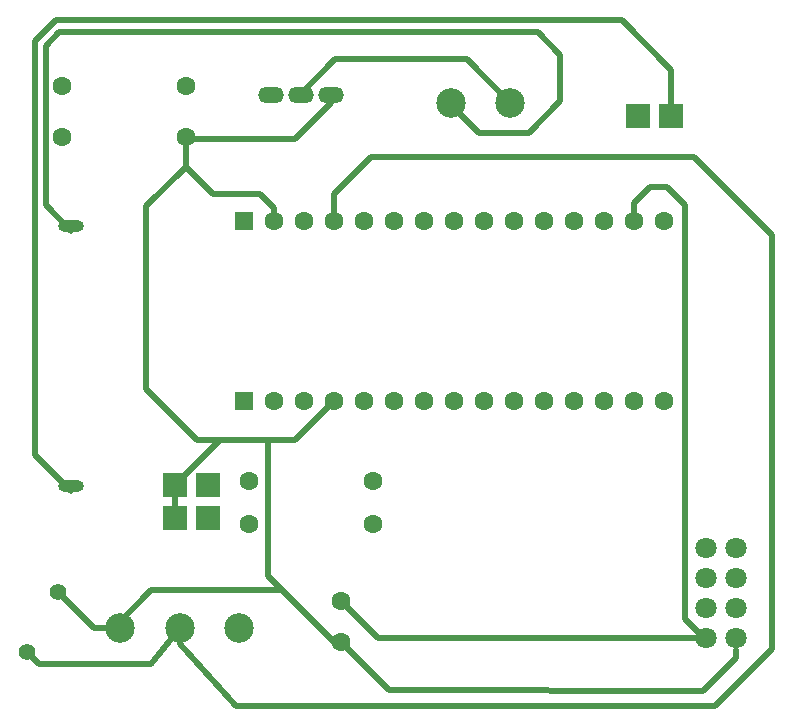
<source format=gbl>
G04 Layer: BottomLayer*
G04 EasyEDA v6.5.48, 2025-03-28 08:07:08*
G04 329a1df1ed9a4316b028ac477401dd29,d846faf264e3498a955800aa56c0118d,10*
G04 Gerber Generator version 0.2*
G04 Scale: 100 percent, Rotated: No, Reflected: No *
G04 Dimensions in millimeters *
G04 leading zeros omitted , absolute positions ,4 integer and 5 decimal *
%FSLAX45Y45*%
%MOMM*%

%ADD10C,0.5000*%
%ADD11R,2.0000X2.0000*%
%ADD12C,1.8000*%
%ADD13C,1.6000*%
%ADD14R,1.6000X1.6000*%
%ADD15C,2.5000*%
%ADD16O,2.1999956000000003X1.3500100000000002*%
%ADD17O,2.1999956000000003X0.9999979999999999*%
%ADD18C,1.4000*%

%LPD*%
D10*
X3911600Y423926D02*
G01*
X3606800Y728726D01*
X3606800Y4229100D01*
X3784600Y4406900D01*
X8229600Y4406900D01*
X4832095Y-736600D02*
G01*
X4832095Y-876300D01*
X5308600Y-1397000D01*
X9359900Y-1397000D01*
X9842500Y-914400D01*
X9842500Y2590800D01*
X9182100Y3251200D01*
X6451600Y3251200D01*
X6134100Y2933700D01*
X6134100Y2705100D01*
X7128763Y3708400D02*
G01*
X7128763Y3691636D01*
X7366000Y3454400D01*
X7785100Y3454400D01*
X8051800Y3721100D01*
X8051800Y4114800D01*
X7861300Y4305300D01*
X3810000Y4305300D01*
X3695700Y4191000D01*
X3695700Y2839973D01*
X3911600Y2624073D01*
X6134100Y1181100D02*
G01*
X5803900Y850900D01*
X4978400Y850900D01*
X4546600Y1282700D01*
X4546600Y2832100D01*
X4881118Y3166618D01*
X4881118Y3259581D01*
X5692393Y-419100D02*
G01*
X4586731Y-419100D01*
X4269231Y-736600D01*
X3537711Y-939800D02*
G01*
X3639311Y-1041400D01*
X4584700Y-1041400D01*
X4832019Y-736600D01*
X4832019Y-736600D01*
X4832095Y-736600D01*
X6197600Y-510794D02*
G01*
X6512306Y-825500D01*
X9283700Y-825500D01*
X4881118Y3166618D02*
G01*
X5114036Y2933700D01*
X5511800Y2933700D01*
X5626100Y2819400D01*
X5626100Y2705100D01*
X7628699Y3708400D02*
G01*
X7260399Y4076700D01*
X6146800Y4076700D01*
X5854700Y3784600D01*
X5854700Y3771900D01*
X6108700Y3771900D02*
G01*
X6108700Y3708400D01*
X5803900Y3403600D01*
X4893818Y3403600D01*
X4881118Y3416300D01*
X8991600Y3987800D02*
G01*
X8572500Y4406900D01*
X8229600Y4406900D01*
X5575300Y850900D02*
G01*
X5575300Y-302005D01*
X5692393Y-419100D01*
X6197600Y-860805D02*
G01*
X6603494Y-1266700D01*
X6678500Y-1266700D01*
X5692391Y-419100D02*
G01*
X6134097Y-860805D01*
X6197600Y-860805D01*
X8991600Y3886200D02*
G01*
X8991600Y3594100D01*
X8991600Y3886200D02*
G01*
X8991600Y3987800D01*
X4787900Y469900D02*
G01*
X4787900Y170594D01*
X4787900Y190500D02*
G01*
X4787900Y469900D01*
X4787902Y469902D02*
G01*
X5168900Y850900D01*
X5212674Y850900D01*
X3802811Y-431800D02*
G01*
X4107611Y-736600D01*
X4269196Y-736600D01*
X9537827Y-926845D02*
G01*
X9537827Y-990472D01*
X9258300Y-1270000D01*
X6678498Y-1266697D01*
X4881118Y3416300D02*
G01*
X4881118Y3259581D01*
X8674100Y2705100D02*
G01*
X8674100Y2857500D01*
X8813800Y2997200D01*
X8953500Y2997200D01*
X9105900Y2844800D01*
X9105900Y-660400D01*
X9283700Y-838200D01*
D11*
G01*
X8712200Y3593084D03*
G01*
X5067300Y190500D03*
G01*
X4787900Y190500D03*
G01*
X4787900Y469900D03*
G01*
X5067300Y469900D03*
G01*
X8991600Y3594100D03*
D12*
G01*
X9537827Y-825245D03*
G01*
X9283572Y-825500D03*
G01*
X9537572Y-571500D03*
G01*
X9283572Y-571500D03*
G01*
X9537572Y-317500D03*
G01*
X9283572Y-317500D03*
G01*
X9537572Y-63500D03*
G01*
X9283572Y-63500D03*
D13*
G01*
X4881118Y3848100D03*
G01*
X3831107Y3848100D03*
G01*
X3831107Y3416300D03*
G01*
X4881118Y3416300D03*
G01*
X6468618Y139700D03*
G01*
X5418607Y139700D03*
G01*
X6468618Y508000D03*
G01*
X5418607Y508000D03*
D14*
G01*
X5372100Y1181100D03*
D13*
G01*
X5626100Y2705100D03*
G01*
X6134100Y2705100D03*
G01*
X6642100Y2705100D03*
G01*
X7150100Y2705100D03*
G01*
X7658100Y2705100D03*
G01*
X8166100Y2705100D03*
G01*
X8674100Y2705100D03*
G01*
X8928100Y1181100D03*
G01*
X8420100Y1181100D03*
G01*
X7912100Y1181100D03*
G01*
X7404100Y1181100D03*
G01*
X6896100Y1181100D03*
G01*
X6388100Y1181100D03*
G01*
X5880100Y1181100D03*
G01*
X5626100Y1181100D03*
G01*
X6134100Y1181100D03*
G01*
X6642100Y1181100D03*
G01*
X7150100Y1181100D03*
G01*
X7658100Y1181100D03*
G01*
X8166100Y1181100D03*
G01*
X8674100Y1181100D03*
G01*
X8928100Y2705100D03*
G01*
X8420100Y2705100D03*
G01*
X7912100Y2705100D03*
G01*
X7404100Y2705100D03*
G01*
X6896100Y2705100D03*
G01*
X6388100Y2705100D03*
G01*
X5880100Y2705100D03*
D14*
G01*
X5372100Y2705100D03*
D15*
G01*
X7128713Y3708400D03*
G01*
X7628712Y3708400D03*
G01*
X5332018Y-736600D03*
G01*
X4832019Y-736600D03*
G01*
X4319981Y-736600D03*
D16*
G01*
X6108700Y3771900D03*
G01*
X5854700Y3771900D03*
G01*
X5600700Y3771900D03*
D17*
G01*
X3911600Y2662097D03*
G01*
X3911600Y462102D03*
D18*
G01*
X3802811Y-431800D03*
G01*
X3537788Y-939800D03*
D13*
G01*
X6197600Y-860805D03*
G01*
X6197600Y-510794D03*
M02*

</source>
